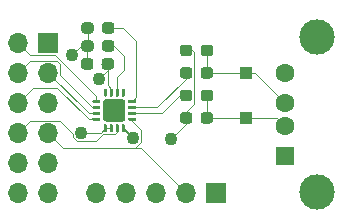
<source format=gbr>
G04 #@! TF.GenerationSoftware,KiCad,Pcbnew,5.1.6-c6e7f7d~86~ubuntu18.04.1*
G04 #@! TF.CreationDate,2021-05-10T21:06:11-07:00*
G04 #@! TF.ProjectId,usb_host_pmod,7573625f-686f-4737-945f-706d6f642e6b,rev?*
G04 #@! TF.SameCoordinates,Original*
G04 #@! TF.FileFunction,Copper,L1,Top*
G04 #@! TF.FilePolarity,Positive*
%FSLAX46Y46*%
G04 Gerber Fmt 4.6, Leading zero omitted, Abs format (unit mm)*
G04 Created by KiCad (PCBNEW 5.1.6-c6e7f7d~86~ubuntu18.04.1) date 2021-05-10 21:06:11*
%MOMM*%
%LPD*%
G01*
G04 APERTURE LIST*
G04 #@! TA.AperFunction,ComponentPad*
%ADD10R,1.000000X1.000000*%
G04 #@! TD*
G04 #@! TA.AperFunction,ComponentPad*
%ADD11C,1.600000*%
G04 #@! TD*
G04 #@! TA.AperFunction,ComponentPad*
%ADD12R,1.600000X1.600000*%
G04 #@! TD*
G04 #@! TA.AperFunction,ComponentPad*
%ADD13C,3.000000*%
G04 #@! TD*
G04 #@! TA.AperFunction,ComponentPad*
%ADD14O,1.700000X1.700000*%
G04 #@! TD*
G04 #@! TA.AperFunction,ComponentPad*
%ADD15R,1.700000X1.700000*%
G04 #@! TD*
G04 #@! TA.AperFunction,ViaPad*
%ADD16C,1.100000*%
G04 #@! TD*
G04 #@! TA.AperFunction,Conductor*
%ADD17C,0.127000*%
G04 #@! TD*
G04 #@! TA.AperFunction,Conductor*
%ADD18C,0.088900*%
G04 #@! TD*
G04 APERTURE END LIST*
D10*
X103124000Y-96520000D03*
X103124000Y-100330000D03*
D11*
X106426000Y-96542000D03*
X106426000Y-99042000D03*
X106426000Y-101042000D03*
D12*
X106426000Y-103542000D03*
D13*
X109136000Y-106612000D03*
X109136000Y-93472000D03*
G04 #@! TA.AperFunction,SMDPad,CuDef*
G36*
G01*
X90887000Y-95995500D02*
X90887000Y-95520500D01*
G75*
G02*
X91124500Y-95283000I237500J0D01*
G01*
X91699500Y-95283000D01*
G75*
G02*
X91937000Y-95520500I0J-237500D01*
G01*
X91937000Y-95995500D01*
G75*
G02*
X91699500Y-96233000I-237500J0D01*
G01*
X91124500Y-96233000D01*
G75*
G02*
X90887000Y-95995500I0J237500D01*
G01*
G37*
G04 #@! TD.AperFunction*
G04 #@! TA.AperFunction,SMDPad,CuDef*
G36*
G01*
X89137000Y-95995500D02*
X89137000Y-95520500D01*
G75*
G02*
X89374500Y-95283000I237500J0D01*
G01*
X89949500Y-95283000D01*
G75*
G02*
X90187000Y-95520500I0J-237500D01*
G01*
X90187000Y-95995500D01*
G75*
G02*
X89949500Y-96233000I-237500J0D01*
G01*
X89374500Y-96233000D01*
G75*
G02*
X89137000Y-95995500I0J237500D01*
G01*
G37*
G04 #@! TD.AperFunction*
G04 #@! TA.AperFunction,SMDPad,CuDef*
G36*
G01*
X90215000Y-92472500D02*
X90215000Y-92947500D01*
G75*
G02*
X89977500Y-93185000I-237500J0D01*
G01*
X89402500Y-93185000D01*
G75*
G02*
X89165000Y-92947500I0J237500D01*
G01*
X89165000Y-92472500D01*
G75*
G02*
X89402500Y-92235000I237500J0D01*
G01*
X89977500Y-92235000D01*
G75*
G02*
X90215000Y-92472500I0J-237500D01*
G01*
G37*
G04 #@! TD.AperFunction*
G04 #@! TA.AperFunction,SMDPad,CuDef*
G36*
G01*
X91965000Y-92472500D02*
X91965000Y-92947500D01*
G75*
G02*
X91727500Y-93185000I-237500J0D01*
G01*
X91152500Y-93185000D01*
G75*
G02*
X90915000Y-92947500I0J237500D01*
G01*
X90915000Y-92472500D01*
G75*
G02*
X91152500Y-92235000I237500J0D01*
G01*
X91727500Y-92235000D01*
G75*
G02*
X91965000Y-92472500I0J-237500D01*
G01*
G37*
G04 #@! TD.AperFunction*
G04 #@! TA.AperFunction,SMDPad,CuDef*
G36*
G01*
X90215000Y-93996500D02*
X90215000Y-94471500D01*
G75*
G02*
X89977500Y-94709000I-237500J0D01*
G01*
X89402500Y-94709000D01*
G75*
G02*
X89165000Y-94471500I0J237500D01*
G01*
X89165000Y-93996500D01*
G75*
G02*
X89402500Y-93759000I237500J0D01*
G01*
X89977500Y-93759000D01*
G75*
G02*
X90215000Y-93996500I0J-237500D01*
G01*
G37*
G04 #@! TD.AperFunction*
G04 #@! TA.AperFunction,SMDPad,CuDef*
G36*
G01*
X91965000Y-93996500D02*
X91965000Y-94471500D01*
G75*
G02*
X91727500Y-94709000I-237500J0D01*
G01*
X91152500Y-94709000D01*
G75*
G02*
X90915000Y-94471500I0J237500D01*
G01*
X90915000Y-93996500D01*
G75*
G02*
X91152500Y-93759000I237500J0D01*
G01*
X91727500Y-93759000D01*
G75*
G02*
X91965000Y-93996500I0J-237500D01*
G01*
G37*
G04 #@! TD.AperFunction*
D14*
X90424000Y-106680000D03*
X92964000Y-106680000D03*
X95504000Y-106680000D03*
X98044000Y-106680000D03*
D15*
X100584000Y-106680000D03*
D14*
X83820000Y-106680000D03*
X86360000Y-106680000D03*
X83820000Y-104140000D03*
X86360000Y-104140000D03*
X83820000Y-101600000D03*
X86360000Y-101600000D03*
X83820000Y-99060000D03*
X86360000Y-99060000D03*
X83820000Y-96520000D03*
X86360000Y-96520000D03*
X83820000Y-93980000D03*
D15*
X86360000Y-93980000D03*
G04 #@! TA.AperFunction,SMDPad,CuDef*
G36*
G01*
X98569000Y-94377500D02*
X98569000Y-94852500D01*
G75*
G02*
X98331500Y-95090000I-237500J0D01*
G01*
X97756500Y-95090000D01*
G75*
G02*
X97519000Y-94852500I0J237500D01*
G01*
X97519000Y-94377500D01*
G75*
G02*
X97756500Y-94140000I237500J0D01*
G01*
X98331500Y-94140000D01*
G75*
G02*
X98569000Y-94377500I0J-237500D01*
G01*
G37*
G04 #@! TD.AperFunction*
G04 #@! TA.AperFunction,SMDPad,CuDef*
G36*
G01*
X100319000Y-94377500D02*
X100319000Y-94852500D01*
G75*
G02*
X100081500Y-95090000I-237500J0D01*
G01*
X99506500Y-95090000D01*
G75*
G02*
X99269000Y-94852500I0J237500D01*
G01*
X99269000Y-94377500D01*
G75*
G02*
X99506500Y-94140000I237500J0D01*
G01*
X100081500Y-94140000D01*
G75*
G02*
X100319000Y-94377500I0J-237500D01*
G01*
G37*
G04 #@! TD.AperFunction*
G04 #@! TA.AperFunction,SMDPad,CuDef*
G36*
G01*
X98569000Y-100092500D02*
X98569000Y-100567500D01*
G75*
G02*
X98331500Y-100805000I-237500J0D01*
G01*
X97756500Y-100805000D01*
G75*
G02*
X97519000Y-100567500I0J237500D01*
G01*
X97519000Y-100092500D01*
G75*
G02*
X97756500Y-99855000I237500J0D01*
G01*
X98331500Y-99855000D01*
G75*
G02*
X98569000Y-100092500I0J-237500D01*
G01*
G37*
G04 #@! TD.AperFunction*
G04 #@! TA.AperFunction,SMDPad,CuDef*
G36*
G01*
X100319000Y-100092500D02*
X100319000Y-100567500D01*
G75*
G02*
X100081500Y-100805000I-237500J0D01*
G01*
X99506500Y-100805000D01*
G75*
G02*
X99269000Y-100567500I0J237500D01*
G01*
X99269000Y-100092500D01*
G75*
G02*
X99506500Y-99855000I237500J0D01*
G01*
X100081500Y-99855000D01*
G75*
G02*
X100319000Y-100092500I0J-237500D01*
G01*
G37*
G04 #@! TD.AperFunction*
G04 #@! TA.AperFunction,SMDPad,CuDef*
G36*
G01*
X98569000Y-98187500D02*
X98569000Y-98662500D01*
G75*
G02*
X98331500Y-98900000I-237500J0D01*
G01*
X97756500Y-98900000D01*
G75*
G02*
X97519000Y-98662500I0J237500D01*
G01*
X97519000Y-98187500D01*
G75*
G02*
X97756500Y-97950000I237500J0D01*
G01*
X98331500Y-97950000D01*
G75*
G02*
X98569000Y-98187500I0J-237500D01*
G01*
G37*
G04 #@! TD.AperFunction*
G04 #@! TA.AperFunction,SMDPad,CuDef*
G36*
G01*
X100319000Y-98187500D02*
X100319000Y-98662500D01*
G75*
G02*
X100081500Y-98900000I-237500J0D01*
G01*
X99506500Y-98900000D01*
G75*
G02*
X99269000Y-98662500I0J237500D01*
G01*
X99269000Y-98187500D01*
G75*
G02*
X99506500Y-97950000I237500J0D01*
G01*
X100081500Y-97950000D01*
G75*
G02*
X100319000Y-98187500I0J-237500D01*
G01*
G37*
G04 #@! TD.AperFunction*
G04 #@! TA.AperFunction,SMDPad,CuDef*
G36*
G01*
X98569000Y-96282500D02*
X98569000Y-96757500D01*
G75*
G02*
X98331500Y-96995000I-237500J0D01*
G01*
X97756500Y-96995000D01*
G75*
G02*
X97519000Y-96757500I0J237500D01*
G01*
X97519000Y-96282500D01*
G75*
G02*
X97756500Y-96045000I237500J0D01*
G01*
X98331500Y-96045000D01*
G75*
G02*
X98569000Y-96282500I0J-237500D01*
G01*
G37*
G04 #@! TD.AperFunction*
G04 #@! TA.AperFunction,SMDPad,CuDef*
G36*
G01*
X100319000Y-96282500D02*
X100319000Y-96757500D01*
G75*
G02*
X100081500Y-96995000I-237500J0D01*
G01*
X99506500Y-96995000D01*
G75*
G02*
X99269000Y-96757500I0J237500D01*
G01*
X99269000Y-96282500D01*
G75*
G02*
X99506500Y-96045000I237500J0D01*
G01*
X100081500Y-96045000D01*
G75*
G02*
X100319000Y-96282500I0J-237500D01*
G01*
G37*
G04 #@! TD.AperFunction*
G04 #@! TA.AperFunction,SMDPad,CuDef*
G36*
G01*
X91073000Y-98457500D02*
X91073000Y-97907500D01*
G75*
G02*
X91135500Y-97845000I62500J0D01*
G01*
X91260500Y-97845000D01*
G75*
G02*
X91323000Y-97907500I0J-62500D01*
G01*
X91323000Y-98457500D01*
G75*
G02*
X91260500Y-98520000I-62500J0D01*
G01*
X91135500Y-98520000D01*
G75*
G02*
X91073000Y-98457500I0J62500D01*
G01*
G37*
G04 #@! TD.AperFunction*
G04 #@! TA.AperFunction,SMDPad,CuDef*
G36*
G01*
X91573000Y-98457500D02*
X91573000Y-97907500D01*
G75*
G02*
X91635500Y-97845000I62500J0D01*
G01*
X91760500Y-97845000D01*
G75*
G02*
X91823000Y-97907500I0J-62500D01*
G01*
X91823000Y-98457500D01*
G75*
G02*
X91760500Y-98520000I-62500J0D01*
G01*
X91635500Y-98520000D01*
G75*
G02*
X91573000Y-98457500I0J62500D01*
G01*
G37*
G04 #@! TD.AperFunction*
G04 #@! TA.AperFunction,SMDPad,CuDef*
G36*
G01*
X92073000Y-98457500D02*
X92073000Y-97907500D01*
G75*
G02*
X92135500Y-97845000I62500J0D01*
G01*
X92260500Y-97845000D01*
G75*
G02*
X92323000Y-97907500I0J-62500D01*
G01*
X92323000Y-98457500D01*
G75*
G02*
X92260500Y-98520000I-62500J0D01*
G01*
X92135500Y-98520000D01*
G75*
G02*
X92073000Y-98457500I0J62500D01*
G01*
G37*
G04 #@! TD.AperFunction*
G04 #@! TA.AperFunction,SMDPad,CuDef*
G36*
G01*
X92573000Y-98457500D02*
X92573000Y-97907500D01*
G75*
G02*
X92635500Y-97845000I62500J0D01*
G01*
X92760500Y-97845000D01*
G75*
G02*
X92823000Y-97907500I0J-62500D01*
G01*
X92823000Y-98457500D01*
G75*
G02*
X92760500Y-98520000I-62500J0D01*
G01*
X92635500Y-98520000D01*
G75*
G02*
X92573000Y-98457500I0J62500D01*
G01*
G37*
G04 #@! TD.AperFunction*
G04 #@! TA.AperFunction,SMDPad,CuDef*
G36*
G01*
X93123000Y-99007500D02*
X93123000Y-98882500D01*
G75*
G02*
X93185500Y-98820000I62500J0D01*
G01*
X93735500Y-98820000D01*
G75*
G02*
X93798000Y-98882500I0J-62500D01*
G01*
X93798000Y-99007500D01*
G75*
G02*
X93735500Y-99070000I-62500J0D01*
G01*
X93185500Y-99070000D01*
G75*
G02*
X93123000Y-99007500I0J62500D01*
G01*
G37*
G04 #@! TD.AperFunction*
G04 #@! TA.AperFunction,SMDPad,CuDef*
G36*
G01*
X93123000Y-99507500D02*
X93123000Y-99382500D01*
G75*
G02*
X93185500Y-99320000I62500J0D01*
G01*
X93735500Y-99320000D01*
G75*
G02*
X93798000Y-99382500I0J-62500D01*
G01*
X93798000Y-99507500D01*
G75*
G02*
X93735500Y-99570000I-62500J0D01*
G01*
X93185500Y-99570000D01*
G75*
G02*
X93123000Y-99507500I0J62500D01*
G01*
G37*
G04 #@! TD.AperFunction*
G04 #@! TA.AperFunction,SMDPad,CuDef*
G36*
G01*
X93123000Y-100007500D02*
X93123000Y-99882500D01*
G75*
G02*
X93185500Y-99820000I62500J0D01*
G01*
X93735500Y-99820000D01*
G75*
G02*
X93798000Y-99882500I0J-62500D01*
G01*
X93798000Y-100007500D01*
G75*
G02*
X93735500Y-100070000I-62500J0D01*
G01*
X93185500Y-100070000D01*
G75*
G02*
X93123000Y-100007500I0J62500D01*
G01*
G37*
G04 #@! TD.AperFunction*
G04 #@! TA.AperFunction,SMDPad,CuDef*
G36*
G01*
X93123000Y-100507500D02*
X93123000Y-100382500D01*
G75*
G02*
X93185500Y-100320000I62500J0D01*
G01*
X93735500Y-100320000D01*
G75*
G02*
X93798000Y-100382500I0J-62500D01*
G01*
X93798000Y-100507500D01*
G75*
G02*
X93735500Y-100570000I-62500J0D01*
G01*
X93185500Y-100570000D01*
G75*
G02*
X93123000Y-100507500I0J62500D01*
G01*
G37*
G04 #@! TD.AperFunction*
G04 #@! TA.AperFunction,SMDPad,CuDef*
G36*
G01*
X92573000Y-101482500D02*
X92573000Y-100932500D01*
G75*
G02*
X92635500Y-100870000I62500J0D01*
G01*
X92760500Y-100870000D01*
G75*
G02*
X92823000Y-100932500I0J-62500D01*
G01*
X92823000Y-101482500D01*
G75*
G02*
X92760500Y-101545000I-62500J0D01*
G01*
X92635500Y-101545000D01*
G75*
G02*
X92573000Y-101482500I0J62500D01*
G01*
G37*
G04 #@! TD.AperFunction*
G04 #@! TA.AperFunction,SMDPad,CuDef*
G36*
G01*
X92073000Y-101482500D02*
X92073000Y-100932500D01*
G75*
G02*
X92135500Y-100870000I62500J0D01*
G01*
X92260500Y-100870000D01*
G75*
G02*
X92323000Y-100932500I0J-62500D01*
G01*
X92323000Y-101482500D01*
G75*
G02*
X92260500Y-101545000I-62500J0D01*
G01*
X92135500Y-101545000D01*
G75*
G02*
X92073000Y-101482500I0J62500D01*
G01*
G37*
G04 #@! TD.AperFunction*
G04 #@! TA.AperFunction,SMDPad,CuDef*
G36*
G01*
X91573000Y-101482500D02*
X91573000Y-100932500D01*
G75*
G02*
X91635500Y-100870000I62500J0D01*
G01*
X91760500Y-100870000D01*
G75*
G02*
X91823000Y-100932500I0J-62500D01*
G01*
X91823000Y-101482500D01*
G75*
G02*
X91760500Y-101545000I-62500J0D01*
G01*
X91635500Y-101545000D01*
G75*
G02*
X91573000Y-101482500I0J62500D01*
G01*
G37*
G04 #@! TD.AperFunction*
G04 #@! TA.AperFunction,SMDPad,CuDef*
G36*
G01*
X91073000Y-101482500D02*
X91073000Y-100932500D01*
G75*
G02*
X91135500Y-100870000I62500J0D01*
G01*
X91260500Y-100870000D01*
G75*
G02*
X91323000Y-100932500I0J-62500D01*
G01*
X91323000Y-101482500D01*
G75*
G02*
X91260500Y-101545000I-62500J0D01*
G01*
X91135500Y-101545000D01*
G75*
G02*
X91073000Y-101482500I0J62500D01*
G01*
G37*
G04 #@! TD.AperFunction*
G04 #@! TA.AperFunction,SMDPad,CuDef*
G36*
G01*
X90098000Y-100507500D02*
X90098000Y-100382500D01*
G75*
G02*
X90160500Y-100320000I62500J0D01*
G01*
X90710500Y-100320000D01*
G75*
G02*
X90773000Y-100382500I0J-62500D01*
G01*
X90773000Y-100507500D01*
G75*
G02*
X90710500Y-100570000I-62500J0D01*
G01*
X90160500Y-100570000D01*
G75*
G02*
X90098000Y-100507500I0J62500D01*
G01*
G37*
G04 #@! TD.AperFunction*
G04 #@! TA.AperFunction,SMDPad,CuDef*
G36*
G01*
X90098000Y-100007500D02*
X90098000Y-99882500D01*
G75*
G02*
X90160500Y-99820000I62500J0D01*
G01*
X90710500Y-99820000D01*
G75*
G02*
X90773000Y-99882500I0J-62500D01*
G01*
X90773000Y-100007500D01*
G75*
G02*
X90710500Y-100070000I-62500J0D01*
G01*
X90160500Y-100070000D01*
G75*
G02*
X90098000Y-100007500I0J62500D01*
G01*
G37*
G04 #@! TD.AperFunction*
G04 #@! TA.AperFunction,SMDPad,CuDef*
G36*
G01*
X90098000Y-99507500D02*
X90098000Y-99382500D01*
G75*
G02*
X90160500Y-99320000I62500J0D01*
G01*
X90710500Y-99320000D01*
G75*
G02*
X90773000Y-99382500I0J-62500D01*
G01*
X90773000Y-99507500D01*
G75*
G02*
X90710500Y-99570000I-62500J0D01*
G01*
X90160500Y-99570000D01*
G75*
G02*
X90098000Y-99507500I0J62500D01*
G01*
G37*
G04 #@! TD.AperFunction*
G04 #@! TA.AperFunction,SMDPad,CuDef*
G36*
G01*
X90098000Y-99007500D02*
X90098000Y-98882500D01*
G75*
G02*
X90160500Y-98820000I62500J0D01*
G01*
X90710500Y-98820000D01*
G75*
G02*
X90773000Y-98882500I0J-62500D01*
G01*
X90773000Y-99007500D01*
G75*
G02*
X90710500Y-99070000I-62500J0D01*
G01*
X90160500Y-99070000D01*
G75*
G02*
X90098000Y-99007500I0J62500D01*
G01*
G37*
G04 #@! TD.AperFunction*
G04 #@! TA.AperFunction,SMDPad,CuDef*
G36*
G01*
X90998000Y-100395000D02*
X90998000Y-98995000D01*
G75*
G02*
X91248000Y-98745000I250000J0D01*
G01*
X92648000Y-98745000D01*
G75*
G02*
X92898000Y-98995000I0J-250000D01*
G01*
X92898000Y-100395000D01*
G75*
G02*
X92648000Y-100645000I-250000J0D01*
G01*
X91248000Y-100645000D01*
G75*
G02*
X90998000Y-100395000I0J250000D01*
G01*
G37*
G04 #@! TD.AperFunction*
D16*
X90678000Y-97028000D03*
X88392000Y-94996000D03*
X96774000Y-102108000D03*
X93512540Y-102044500D03*
X89154000Y-101600000D03*
D17*
X91412000Y-95758000D02*
X90887000Y-95758000D01*
D18*
X91412000Y-97559000D02*
X91412000Y-95758000D01*
X91698000Y-97845000D02*
X91412000Y-97559000D01*
X91698000Y-98182500D02*
X91698000Y-97845000D01*
X90678000Y-97028000D02*
X91412000Y-96294000D01*
X91412000Y-96294000D02*
X91412000Y-95758000D01*
X93460500Y-100445000D02*
X93460500Y-100572500D01*
X93460500Y-100572500D02*
X94234000Y-101346000D01*
X94234000Y-101346000D02*
X94234000Y-102362000D01*
X94234000Y-102362000D02*
X93726000Y-102870000D01*
X87630000Y-102870000D02*
X86360000Y-101600000D01*
X93726000Y-102870000D02*
X87630000Y-102870000D01*
X98044000Y-106680000D02*
X94234000Y-102870000D01*
X94234000Y-102870000D02*
X93726000Y-102870000D01*
X90435500Y-98512156D02*
X86924795Y-95001451D01*
X90435500Y-98945000D02*
X90435500Y-98512156D01*
X86924795Y-95001451D02*
X84841451Y-95001451D01*
X84841451Y-95001451D02*
X83820000Y-93980000D01*
X90994384Y-101716460D02*
X90389393Y-102321451D01*
X90389393Y-102321451D02*
X88807703Y-102321451D01*
X92198000Y-101207500D02*
X92198000Y-101545000D01*
X88432549Y-101946297D02*
X88432549Y-101692297D01*
X92026540Y-101716460D02*
X90994384Y-101716460D01*
X88807703Y-102321451D02*
X88432549Y-101946297D01*
X87318801Y-100578549D02*
X84841451Y-100578549D01*
X92198000Y-101545000D02*
X92026540Y-101716460D01*
X88432549Y-101692297D02*
X87318801Y-100578549D01*
X84841451Y-100578549D02*
X83820000Y-101600000D01*
X98569000Y-94615000D02*
X98044000Y-94615000D01*
X98740460Y-99158540D02*
X98740460Y-94786460D01*
X98044000Y-99855000D02*
X98740460Y-99158540D01*
X98740460Y-94786460D02*
X98569000Y-94615000D01*
X98044000Y-100330000D02*
X98044000Y-99855000D01*
X89662000Y-94262000D02*
X89690000Y-94234000D01*
X89662000Y-95758000D02*
X89662000Y-94262000D01*
X89690000Y-94234000D02*
X89690000Y-92710000D01*
D17*
X97663000Y-100711000D02*
X98044000Y-100330000D01*
D18*
X91198000Y-101207500D02*
X91323000Y-101207500D01*
X91323000Y-101207500D02*
X91698000Y-101207500D01*
D17*
X92698000Y-101207500D02*
X93512540Y-102022040D01*
X93512540Y-102022040D02*
X93512540Y-102044500D01*
D18*
X90805500Y-101600000D02*
X91198000Y-101207500D01*
X89154000Y-101600000D02*
X90805500Y-101600000D01*
X98044000Y-100838000D02*
X96774000Y-102108000D01*
X98044000Y-100330000D02*
X98044000Y-100838000D01*
X89154000Y-94234000D02*
X88392000Y-94996000D01*
X89690000Y-94234000D02*
X89154000Y-94234000D01*
X90435500Y-100445000D02*
X89777000Y-100445000D01*
X89777000Y-100445000D02*
X87122000Y-97790000D01*
X85090000Y-97790000D02*
X83820000Y-99060000D01*
X87122000Y-97790000D02*
X85090000Y-97790000D01*
X89785000Y-99945000D02*
X86360000Y-96520000D01*
X90435500Y-99945000D02*
X89785000Y-99945000D01*
X90435500Y-99445000D02*
X90034748Y-99445000D01*
X90435500Y-99445000D02*
X90098000Y-99445000D01*
X90098000Y-99445000D02*
X87381451Y-96728451D01*
X87381451Y-96728451D02*
X87381451Y-95763451D01*
X84841451Y-95498549D02*
X83820000Y-96520000D01*
X87116549Y-95498549D02*
X84841451Y-95498549D01*
X87381451Y-95763451D02*
X87116549Y-95498549D01*
X92698248Y-92710000D02*
X91965000Y-92710000D01*
X93812451Y-93824203D02*
X92698248Y-92710000D01*
X91965000Y-92710000D02*
X91440000Y-92710000D01*
X93460500Y-98945000D02*
X93812451Y-98593049D01*
X93812451Y-98593049D02*
X93812451Y-93824203D01*
X98044000Y-96995000D02*
X98044000Y-96520000D01*
X95594000Y-99445000D02*
X98044000Y-96995000D01*
X93460500Y-99445000D02*
X95594000Y-99445000D01*
X95999000Y-99945000D02*
X93798000Y-99945000D01*
X97519000Y-98425000D02*
X95999000Y-99945000D01*
X93798000Y-99945000D02*
X93460500Y-99945000D01*
X98044000Y-98425000D02*
X97519000Y-98425000D01*
X91965000Y-94234000D02*
X92790500Y-95059500D01*
X91440000Y-94234000D02*
X91965000Y-94234000D01*
X92790500Y-95059500D02*
X92790500Y-96283000D01*
X92198000Y-96875500D02*
X92198000Y-98182500D01*
X92790500Y-96283000D02*
X92198000Y-96875500D01*
X99794000Y-96520000D02*
X99794000Y-94615000D01*
X103904000Y-96520000D02*
X103124000Y-96520000D01*
X106426000Y-99042000D02*
X103904000Y-96520000D01*
X103124000Y-96520000D02*
X99794000Y-96520000D01*
X99794000Y-98425000D02*
X99794000Y-100330000D01*
X99794000Y-100330000D02*
X103124000Y-100330000D01*
X105714000Y-100330000D02*
X106426000Y-101042000D01*
X103124000Y-100330000D02*
X105714000Y-100330000D01*
M02*

</source>
